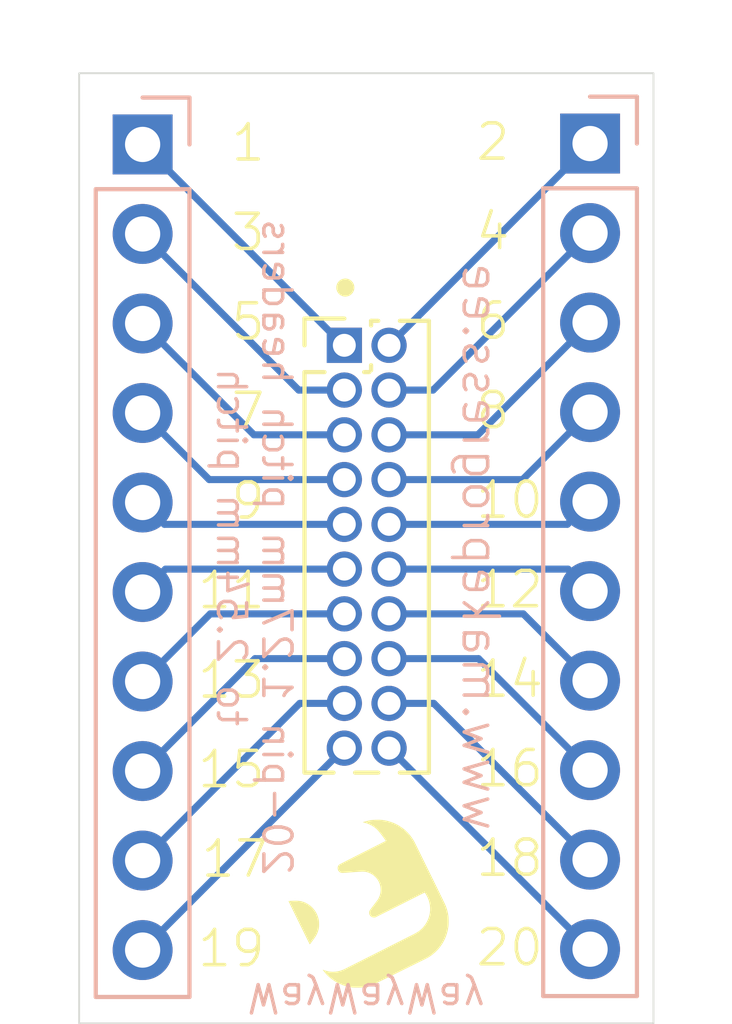
<source format=kicad_pcb>
(kicad_pcb (version 20241229) (generator "pcbnew") (generator_version "9.0")
  (title_block (title "20-pin 1.27mm pitch header to 2.54mm pitch") (date "2025-12-12") (rev "1.0") (company "OÜ MAKEPROGRESS"))
  (layers (0 "F.Cu" signal) (2 "B.Cu" signal) (13 "F.Paste" user) (15 "B.Paste" user) (5 "F.SilkS" user "F.Silkscreen") (7 "B.SilkS" user "B.Silkscreen") (1 "F.Mask" user) (3 "B.Mask" user) (25 "Edge.Cuts" user))
  (net 0 "")
  (net 1 "Net-(J1-Pin_10)")
  (net 2 "Net-(J1-Pin_14)")
  (net 3 "Net-(J1-Pin_1)")
  (net 4 "Net-(J1-Pin_11)")
  (net 5 "Net-(J1-Pin_13)")
  (net 6 "Net-(J1-Pin_8)")
  (net 7 "Net-(J1-Pin_3)")
  (net 8 "Net-(J1-Pin_2)")
  (net 9 "Net-(J1-Pin_6)")
  (net 10 "Net-(J1-Pin_18)")
  (net 11 "Net-(J1-Pin_4)")
  (net 12 "Net-(J1-Pin_7)")
  (net 13 "Net-(J1-Pin_17)")
  (net 14 "Net-(J1-Pin_19)")
  (net 15 "Net-(J1-Pin_16)")
  (net 16 "Net-(J1-Pin_9)")
  (net 17 "Net-(J1-Pin_5)")
  (net 18 "Net-(J1-Pin_12)")
  (net 19 "Net-(J1-Pin_20)")
  (net 20 "Net-(J1-Pin_15)")
  (footprint "Connector_PinHeader_1.27mm:PinHeader_2x10_P1.27mm_Vertical" (layer "F.Cu") (at 105.3726 62.1924)
    (property "Reference" "J1" (hide yes))
    (property "Value" "Conn_02x10_Odd_Even")
    (fp_line (start -1.13 -0.76) (end 0 -0.76) (stroke (width 0.12)) (layer "F.SilkS"))
    (fp_line (start -1.13 0) (end -1.13 -0.76) (stroke (width 0.12)) (layer "F.SilkS"))
    (fp_line (start -1.13 0.76) (end -1.13 12.125) (stroke (width 0.12)) (layer "F.SilkS"))
    (fp_line (start -1.13 0.76) (end -0.563471 0.76) (stroke (width 0.12)) (layer "F.SilkS"))
    (fp_line (start -1.13 12.125) (end -0.30753 12.125) (stroke (width 0.12)) (layer "F.SilkS"))
    (fp_line (start 0.30753 12.125) (end 0.96247 12.125) (stroke (width 0.12)) (layer "F.SilkS"))
    (fp_line (start 0.563471 0.76) (end 0.706529 0.76) (stroke (width 0.12)) (layer "F.SilkS"))
    (fp_line (start 0.76 -0.695) (end 0.96247 -0.695) (stroke (width 0.12)) (layer "F.SilkS"))
    (fp_line (start 0.76 -0.563471) (end 0.76 -0.695) (stroke (width 0.12)) (layer "F.SilkS"))
    (fp_line (start 0.76 0.706529) (end 0.76 0.563471) (stroke (width 0.12)) (layer "F.SilkS"))
    (fp_line (start 1.57753 -0.695) (end 2.4 -0.695) (stroke (width 0.12)) (layer "F.SilkS"))
    (fp_line (start 1.57753 12.125) (end 2.4 12.125) (stroke (width 0.12)) (layer "F.SilkS"))
    (fp_line (start 2.4 -0.695) (end 2.4 12.125) (stroke (width 0.12)) (layer "F.SilkS"))
    (pad "1" thru_hole rect (at 0 0) (size 1 1) (drill 0.65) (layers "*.Cu" "*.Mask") (net 3 "Net-(J1-Pin_1)"))
    (pad "2" thru_hole oval (at 1.27 0) (size 1 1) (drill 0.65) (layers "*.Cu" "*.Mask") (net 8 "Net-(J1-Pin_2)"))
    (pad "3" thru_hole oval (at 0 1.27) (size 1 1) (drill 0.65) (layers "*.Cu" "*.Mask") (net 7 "Net-(J1-Pin_3)"))
    (pad "4" thru_hole oval (at 1.27 1.27) (size 1 1) (drill 0.65) (layers "*.Cu" "*.Mask") (net 11 "Net-(J1-Pin_4)"))
    (pad "5" thru_hole oval (at 0 2.54) (size 1 1) (drill 0.65) (layers "*.Cu" "*.Mask") (net 17 "Net-(J1-Pin_5)"))
    (pad "6" thru_hole oval (at 1.27 2.54) (size 1 1) (drill 0.65) (layers "*.Cu" "*.Mask") (net 9 "Net-(J1-Pin_6)"))
    (pad "7" thru_hole oval (at 0 3.81) (size 1 1) (drill 0.65) (layers "*.Cu" "*.Mask") (net 12 "Net-(J1-Pin_7)"))
    (pad "8" thru_hole oval (at 1.27 3.81) (size 1 1) (drill 0.65) (layers "*.Cu" "*.Mask") (net 6 "Net-(J1-Pin_8)"))
    (pad "9" thru_hole oval (at 0 5.08) (size 1 1) (drill 0.65) (layers "*.Cu" "*.Mask") (net 16 "Net-(J1-Pin_9)"))
    (pad "10" thru_hole oval (at 1.27 5.08) (size 1 1) (drill 0.65) (layers "*.Cu" "*.Mask") (net 1 "Net-(J1-Pin_10)"))
    (pad "11" thru_hole oval (at 0 6.35) (size 1 1) (drill 0.65) (layers "*.Cu" "*.Mask") (net 4 "Net-(J1-Pin_11)"))
    (pad "12" thru_hole oval (at 1.27 6.35) (size 1 1) (drill 0.65) (layers "*.Cu" "*.Mask") (net 18 "Net-(J1-Pin_12)"))
    (pad "13" thru_hole oval (at 0 7.62) (size 1 1) (drill 0.65) (layers "*.Cu" "*.Mask") (net 5 "Net-(J1-Pin_13)"))
    (pad "14" thru_hole oval (at 1.27 7.62) (size 1 1) (drill 0.65) (layers "*.Cu" "*.Mask") (net 2 "Net-(J1-Pin_14)"))
    (pad "15" thru_hole oval (at 0 8.89) (size 1 1) (drill 0.65) (layers "*.Cu" "*.Mask") (net 20 "Net-(J1-Pin_15)"))
    (pad "16" thru_hole oval (at 1.27 8.89) (size 1 1) (drill 0.65) (layers "*.Cu" "*.Mask") (net 15 "Net-(J1-Pin_16)"))
    (pad "17" thru_hole oval (at 0 10.16) (size 1 1) (drill 0.65) (layers "*.Cu" "*.Mask") (net 13 "Net-(J1-Pin_17)"))
    (pad "18" thru_hole oval (at 1.27 10.16) (size 1 1) (drill 0.65) (layers "*.Cu" "*.Mask") (net 10 "Net-(J1-Pin_18)"))
    (pad "19" thru_hole oval (at 0 11.43) (size 1 1) (drill 0.65) (layers "*.Cu" "*.Mask") (net 14 "Net-(J1-Pin_19)"))
    (pad "20" thru_hole oval (at 1.27 11.43) (size 1 1) (drill 0.65) (layers "*.Cu" "*.Mask") (net 19 "Net-(J1-Pin_20)"))
  )
  (footprint "LOGO" (layer "F.Cu") (at 106.0704 77.978 90)
    (property "Reference" "G***" (hide yes))
    (property "Value" "LOGO" (hide yes))
    (fp_poly (pts (xy 0.017266 -2.279003) (xy 0.019285 -2.266519) (xy 0.021219 -2.247265) (xy 0.023 -2.222506) (xy 0.024556 -2.193513) (xy 0.025817 -2.161554) (xy 0.026711 -2.127899) (xy 0.027169 -2.093814) (xy 0.027186 -2.069336) (xy 0.025407 -2.014793) (xy 0.020358 -1.965928) (xy 0.011537 -1.919532) (xy -0.00156 -1.872391) (xy -0.005641 -1.859879) (xy -0.032913 -1.792749) (xy -0.068513 -1.728421) (xy -0.111675 -1.667776) (xy -0.161617 -1.611691) (xy -0.217568 -1.561043) (xy -0.278748 -1.516709) (xy -0.339346 -1.482074) (xy -0.373563 -1.466676) (xy -0.413524 -1.451587) (xy -0.455699 -1.437961) (xy -0.496559 -1.426948) (xy -0.528284 -1.42039) (xy -0.557648 -1.416798) (xy -0.593068 -1.414533) (xy -0.631722 -1.413595) (xy -0.670791 -1.413985) (xy -0.707453 -1.4157) (xy -0.738889 -1.418744) (xy -0.74972 -1.420395) (xy -0.80681 -1.433407) (xy -0.865117 -1.452217) (xy -0.921286 -1.475581) (xy -0.971965 -1.502247) (xy -0.975502 -1.504377) (xy -0.990484 -1.513939) (xy -1.009875 -1.526995) (xy -1.032617 -1.542766) (xy -1.05765 -1.560478) (xy -1.08392 -1.57935) (xy -1.110366 -1.598604) (xy -1.135928 -1.617466) (xy -1.159553 -1.63516) (xy -1.180181 -1.650904) (xy -1.196756 -1.663924) (xy -1.208216 -1.67344) (xy -1.213506 -1.678677) (xy -1.213688 -1.679377) (xy -1.209089 -1.681891) (xy -1.196708 -1.688213) (xy -1.177111 -1.698064) (xy -1.15086 -1.711167) (xy -1.118522 -1.727247) (xy -1.080662 -1.746021) (xy -1.037846 -1.767215) (xy -0.990639 -1.790548) (xy -0.939605 -1.815745) (xy -0.885313 -1.842527) (xy -0.828325 -1.870614) (xy -0.769206 -1.899731) (xy -0.708524 -1.9296) (xy -0.646842 -1.95994) (xy -0.58473 -1.990478) (xy -0.522746 -2.020931) (xy -0.46146 -2.051025) (xy -0.401438 -2.08048) (xy -0.343243 -2.109019) (xy -0.287441 -2.136363) (xy -0.234598 -2.162236) (xy -0.185279 -2.186359) (xy -0.140051 -2.208452) (xy -0.099476 -2.228242) (xy -0.064122 -2.245446) (xy -0.034554 -2.25979) (xy -0.011336 -2.270994) (xy 0.004966 -2.278781) (xy 0.013786 -2.282872) (xy 0.015236 -2.283447)) (fill yes) (layer "F.SilkS"))
    (fp_poly (pts (xy -1.931709 -1.309584) (xy -1.93232 -1.3046) (xy -1.935854 -1.293431) (xy -1.941554 -1.278444) (xy -1.941868 -1.277674) (xy -1.952473 -1.247932) (xy -1.962896 -1.21195) (xy -1.972399 -1.172775) (xy -1.980244 -1.13346) (xy -1.98569 -1.097055) (xy -1.985768 -1.096388) (xy -1.989874 -1.025781) (xy -1.986466 -0.952537) (xy -1.975899 -0.878995) (xy -1.958527 -0.807498) (xy -1.934698 -0.740388) (xy -1.93072 -0.731139) (xy -1.927471 -0.724364) (xy -1.920223 -0.709671) (xy -1.90917 -0.687448) (xy -1.894511 -0.658088) (xy -1.876443 -0.621983) (xy -1.85516 -0.579522) (xy -1.830859 -0.531096) (xy -1.803737 -0.477096) (xy -1.773992 -0.417913) (xy -1.741817 -0.35394) (xy -1.707412 -0.285565) (xy -1.670971 -0.213178) (xy -1.632692 -0.137174) (xy -1.592771 -0.05794) (xy -1.551403 0.024127) (xy -1.508787 0.108646) (xy -1.465117 0.19522) (xy -1.458121 0.209086) (xy -1.413644 0.297239) (xy -1.369819 0.384101) (xy -1.326867 0.469232) (xy -1.285011 0.552192) (xy -1.244469 0.632543) (xy -1.205468 0.709846) (xy -1.168227 0.78366) (xy -1.132967 0.853547) (xy -1.09991 0.919067) (xy -1.069278 0.979781) (xy -1.041293 1.03525) (xy -1.016176 1.085036) (xy -0.994149 1.128697) (xy -0.975432 1.165794) (xy -0.960249 1.195889) (xy -0.948821 1.218542) (xy -0.941479 1.233095) (xy -0.910353 1.293067) (xy -0.881224 1.345288) (xy -0.853281 1.390883) (xy -0.825714 1.430979) (xy -0.797716 1.466702) (xy -0.768475 1.499175) (xy -0.73718 1.529528) (xy -0.71312 1.550533) (xy -0.644555 1.602293) (xy -0.572348 1.645829) (xy -0.497108 1.681061) (xy -0.419443 1.707905) (xy -0.339962 1.726284) (xy -0.259274 1.736115) (xy -0.177987 1.737321) (xy -0.09671 1.729821) (xy -0.016053 1.713532) (xy 0.063382 1.688376) (xy 0.12661 1.661346) (xy 0.151945 1.648572) (xy 0.178965 1.633945) (xy 0.203929 1.619533) (xy 0.218607 1.610403) (xy 0.258131 1.584638) (xy 0.036753 1.145883) (xy 0.003032 1.079031) (xy -0.031988 1.009563) (xy -0.067762 0.938565) (xy -0.103748 0.867115) (xy -0.139403 0.796294) (xy -0.174182 0.727182) (xy -0.207541 0.660862) (xy -0.238935 0.598412) (xy -0.267822 0.540916) (xy -0.293656 0.489453) (xy -0.315896 0.445103) (xy -0.31802 0.440867) (xy -0.451415 0.174606) (xy -0.451265 0.142973) (xy -0.447262 0.107546) (xy -0.435368 0.076767) (xy -0.415218 0.049793) (xy -0.406948 0.041811) (xy -0.391043 0.029489) (xy -0.373661 0.01897) (xy -0.362532 0.014021) (xy -0.334657 0.008054) (xy -0.304035 0.007189) (xy -0.275237 0.011437) (xy -0.267635 0.013712) (xy -0.257582 0.018869) (xy -0.240797 0.029617) (xy -0.217735 0.045634) (xy -0.188853 0.066594) (xy -0.154606 0.092175) (xy -0.116695 0.121092) (xy -0.073527 0.154221) (xy -0.036888 0.182125) (xy -0.006008 0.205355) (xy 0.019886 0.224463) (xy 0.041563 0.239999) (xy 0.059794 0.252514) (xy 0.07535 0.262562) (xy 0.089002 0.270691) (xy 0.101523 0.277455) (xy 0.103138 0.278279) (xy 0.166112 0.305209) (xy 0.230381 0.323296) (xy 0.295217 0.33279) (xy 0.359895 0.333935) (xy 0.423688 0.32698) (xy 0.485872 0.312167) (xy 0.545717 0.289746) (xy 0.6025 0.259962) (xy 0.655494 0.223062) (xy 0.703972 0.179293) (xy 0.747208 0.128899) (xy 0.784477 0.072127) (xy 0.800528 0.041671) (xy 0.826565 -0.021387) (xy 0.843824 -0.085376) (xy 0.852042 -0.149043) (xy 0.852431 -0.163222) (xy 0.852212 -0.18256) (xy 0.851353 -0.207596) (xy 0.849823 -0.238865) (xy 0.847593 -0.276907) (xy 0.84463 -0.32226) (xy 0.840905 -0.375463) (xy 0.836387 -0.437053) (xy 0.83306 -0.481181) (xy 0.828604 -0.539938) (xy 0.824837 -0.59016) (xy 0.821724 -0.632592) (xy 0.819228 -0.667979) (xy 0.817316 -0.697066) (xy 0.815956 -0.720601) (xy 0.81511 -0.739327) (xy 0.814745 -0.75399) (xy 0.814826 -0.765337) (xy 0.815317 -0.774113) (xy 0.816185 -0.781063) (xy 0.817396 -0.786931) (xy 0.81865 -0.791566) (xy 0.832241 -0.823184) (xy 0.853081 -0.849073) (xy 0.881444 -0.86956) (xy 0.885821 -0.871908) (xy 0.917912 -0.883894) (xy 0.951119 -0.887981) (xy 0.983732 -0.884445) (xy 1.014043 -0.873566) (xy 1.04034 -0.85562) (xy 1.05054 -0.845159) (xy 1.054408 -0.838939) (xy 1.062224 -0.824817) (xy 1.073773 -0.803215) (xy 1.088836 -0.774554) (xy 1.107196 -0.739261) (xy 1.12864 -0.697755) (xy 1.152948 -0.650461) (xy 1.179902 -0.597802) (xy 1.209289 -0.5402) (xy 1.24089 -0.478077) (xy 1.274488 -0.411858) (xy 1.309868 -0.341963) (xy 1.346812 -0.268816) (xy 1.385103 -0.192841) (xy 1.393343 -0.176473) (xy 1.430067 -0.103516) (xy 1.465677 -0.032809) (xy 1.499947 0.035196) (xy 1.53265 0.100058) (xy 1.563559 0.161324) (xy 1.592445 0.218547) (xy 1.619084 0.271277) (xy 1.643249 0.319067) (xy 1.664711 0.361466) (xy 1.683246 0.398028) (xy 1.698626 0.428303) (xy 1.710624 0.451842) (xy 1.719013 0.468196) (xy 1.723567 0.476919) (xy 1.724346 0.478292) (xy 1.728744 0.476523) (xy 1.739691 0.469742) (xy 1.756323 0.458555) (xy 1.777764 0.44357) (xy 1.803144 0.425397) (xy 1.831594 0.404638) (xy 1.857488 0.385456) (xy 1.907615 0.347547) (xy 1.950725 0.313736) (xy 1.987705 0.28321) (xy 2.019444 0.255159) (xy 2.046832 0.228767) (xy 2.07076 0.203223) (xy 2.092114 0.177715) (xy 2.108197 0.156437) (xy 2.155114 0.084093) (xy 2.193378 0.00856) (xy 2.223288 -0.070807) (xy 2.236808 -0.118376) (xy 2.242231 -0.139411) (xy 2.246953 -0.156901) (xy 2.250459 -0.169006) (xy 2.25223 -0.173881) (xy 2.254972 -0.171346) (xy 2.259374 -0.161029) (xy 2.265082 -0.144237) (xy 2.27174 -0.122276) (xy 2.278991 -0.096453) (xy 2.28648 -0.068073) (xy 2.293848 -0.038445) (xy 2.30074 -0.008875) (xy 2.306802 0.019335) (xy 2.311243 0.042447) (xy 2.315425 0.072073) (xy 2.31888 0.108832) (xy 2.321549 0.150562) (xy 2.323375 0.195112) (xy 2.324293 0.240323) (xy 2.324248 0.284043) (xy 2.323177 0.324113) (xy 2.32102 0.358376) (xy 2.32025 0.366311) (xy 2.304705 0.46924) (xy 2.280436 0.569719) (xy 2.247769 0.667224) (xy 2.20703 0.761231) (xy 2.158545 0.851216) (xy 2.102636 0.936656) (xy 2.039632 1.017025) (xy 1.969858 1.091799) (xy 1.893638 1.160456) (xy 1.811298 1.222471) (xy 1.773066 1.24761) (xy 1.760947 1.255203) (xy 1.749477 1.262261) (xy 1.737981 1.269127) (xy 1.725792 1.27615) (xy 1.712239 1.28367) (xy 1.69665 1.292035) (xy 1.678356 1.301588) (xy 1.656687 1.312673) (xy 1.630973 1.325638) (xy 1.600542 1.340824) (xy 1.564725 1.358578) (xy 1.522852 1.379245) (xy 1.47425 1.403167) (xy 1.418252 1.430691) (xy 1.39139 1.443887) (xy 1.349987 1.464229) (xy 1.30108 1.488263) (xy 1.245517 1.515574) (xy 1.184147 1.545744) (xy 1.117819 1.578354) (xy 1.047379 1.612989) (xy 0.973679 1.649233) (xy 0.897563 1.686665) (xy 0.819884 1.72487) (xy 0.74149 1.76343) (xy 0.663225 1.801929) (xy 0.585942 1.839948) (xy 0.514346 1.875173) (xy 0.444349 1.909581) (xy 0.376115 1.943067) (xy 0.310162 1.975373) (xy 0.247014 2.00625) (xy 0.187192 2.035442) (xy 0.131217 2.062699) (xy 0.079612 2.087766) (xy 0.032898 2.110388) (xy -0.008405 2.130314) (xy -0.043771 2.14729) (xy -0.07268 2.161064) (xy -0.094612 2.171381) (xy -0.109045 2.177987) (xy -0.114022 2.180121) (xy -0.205645 2.212664) (xy -0.2973 2.237208) (xy -0.392064 2.254557) (xy -0.409194 2.256912) (xy -0.437978 2.259751) (xy -0.473567 2.261805) (xy -0.513742 2.263078) (xy -0.556275 2.263567) (xy -0.598943 2.263271) (xy -0.639521 2.262192) (xy -0.675784 2.260328) (xy -0.705509 2.25768) (xy -0.711203 2.256956) (xy -0.816771 2.23805) (xy -0.918812 2.210732) (xy -1.016952 2.175249) (xy -1.110818 2.13185) (xy -1.200043 2.080783) (xy -1.284252 2.022296) (xy -1.363077 1.956639) (xy -1.436143 1.884057) (xy -1.503082 1.804801) (xy -1.563519 1.719117) (xy -1.595793 1.665973) (xy -1.599681 1.658604) (xy -1.607411 1.643404) (xy -1.61872 1.620901) (xy -1.633356 1.591621) (xy -1.651051 1.556095) (xy -1.671549 1.514843) (xy -1.694591 1.468398) (xy -1.719917 1.417285) (xy -1.747266 1.36203) (xy -1.77638 1.30316) (xy -1.806998 1.241205) (xy -1.838861 1.176689) (xy -1.871708 1.11014) (xy -1.905281 1.042085) (xy -1.939319 0.973049) (xy -1.973564 0.903561) (xy -2.007754 0.834149) (xy -2.041632 0.765338) (xy -2.074934 0.697655) (xy -2.107405 0.631628) (xy -2.138784 0.567783) (xy -2.16881 0.50665) (xy -2.197225 0.448751) (xy -2.223767 0.394616) (xy -2.248177 0.344772) (xy -2.270197 0.299745) (xy -2.289566 0.260064) (xy -2.306025 0.226252) (xy -2.319312 0.19884) (xy -2.329172 0.178353) (xy -2.33534 0.165318) (xy -2.335464 0.165049) (xy -2.366025 0.091428) (xy -2.392702 0.011507) (xy -2.414757 -0.072249) (xy -2.430899 -0.15397) (xy -2.433605 -0.172301) (xy -2.435684 -0.19136) (xy -2.437202 -0.212653) (xy -2.438226 -0.237686) (xy -2.438826 -0.267966) (xy -2.439066 -0.305) (xy -2.439059 -0.335499) (xy -2.438914 -0.375054) (xy -2.438598 -0.40694) (xy -2.438006 -0.432805) (xy -2.437034 -0.454289) (xy -2.43558 -0.473035) (xy -2.433536 -0.490686) (xy -2.430803 -0.508884) (xy -2.427274 -0.529274) (xy -2.426543 -0.533319) (xy -2.402984 -0.638001) (xy -2.370989 -0.739219) (xy -2.330771 -0.836549) (xy -2.282542 -0.929572) (xy -2.226511 -1.017871) (xy -2.162891 -1.101024) (xy -2.111256 -1.158786) (xy -2.094542 -1.175597) (xy -2.074663 -1.194464) (xy -2.052706 -1.21447) (xy -2.02976 -1.234705) (xy -2.00691 -1.254256) (xy -1.985243 -1.272209) (xy -1.965846 -1.287652) (xy -1.949807 -1.299671) (xy -1.938209 -1.307353) (xy -1.932144 -1.309787)) (fill yes) (layer "F.SilkS"))
  )
  (footprint "Connector_PinHeader_2.54mm:PinHeader_1x10_P2.54mm_Vertical" (layer "B.Cu") (at 99.6476 56.4924 180)
    (property "Reference" "J2" (hide yes))
    (property "Value" "Conn_01x10_Pin")
    (fp_line (start 1.33 -1.27) (end 1.33 -24.19) (stroke (width 0.12)) (layer "B.SilkS"))
    (fp_line (start -1.33 1.33) (end 0 1.33) (stroke (width 0.12)) (layer "B.SilkS"))
    (fp_line (start -1.33 0) (end -1.33 1.33) (stroke (width 0.12)) (layer "B.SilkS"))
    (fp_line (start -1.33 -1.27) (end 1.33 -1.27) (stroke (width 0.12)) (layer "B.SilkS"))
    (fp_line (start -1.33 -1.27) (end -1.33 -24.19) (stroke (width 0.12)) (layer "B.SilkS"))
    (fp_line (start -1.33 -24.19) (end 1.33 -24.19) (stroke (width 0.12)) (layer "B.SilkS"))
    (pad "1" thru_hole rect (at 0 0 180) (size 1.7 1.7) (drill 1) (layers "*.Cu" "*.Mask") (net 3 "Net-(J1-Pin_1)"))
    (pad "2" thru_hole oval (at 0 -2.54 180) (size 1.7 1.7) (drill 1) (layers "*.Cu" "*.Mask") (net 7 "Net-(J1-Pin_3)"))
    (pad "3" thru_hole oval (at 0 -5.08 180) (size 1.7 1.7) (drill 1) (layers "*.Cu" "*.Mask") (net 17 "Net-(J1-Pin_5)"))
    (pad "4" thru_hole oval (at 0 -7.62 180) (size 1.7 1.7) (drill 1) (layers "*.Cu" "*.Mask") (net 12 "Net-(J1-Pin_7)"))
    (pad "5" thru_hole oval (at 0 -10.16 180) (size 1.7 1.7) (drill 1) (layers "*.Cu" "*.Mask") (net 16 "Net-(J1-Pin_9)"))
    (pad "6" thru_hole oval (at 0 -12.7 180) (size 1.7 1.7) (drill 1) (layers "*.Cu" "*.Mask") (net 4 "Net-(J1-Pin_11)"))
    (pad "7" thru_hole oval (at 0 -15.24 180) (size 1.7 1.7) (drill 1) (layers "*.Cu" "*.Mask") (net 5 "Net-(J1-Pin_13)"))
    (pad "8" thru_hole oval (at 0 -17.78 180) (size 1.7 1.7) (drill 1) (layers "*.Cu" "*.Mask") (net 20 "Net-(J1-Pin_15)"))
    (pad "9" thru_hole oval (at 0 -20.32 180) (size 1.7 1.7) (drill 1) (layers "*.Cu" "*.Mask") (net 13 "Net-(J1-Pin_17)"))
    (pad "10" thru_hole oval (at 0 -22.86 180) (size 1.7 1.7) (drill 1) (layers "*.Cu" "*.Mask") (net 14 "Net-(J1-Pin_19)"))
  )
  (footprint "Connector_PinHeader_2.54mm:PinHeader_1x10_P2.54mm_Vertical" (layer "B.Cu") (at 112.3476 56.4674 180)
    (property "Reference" "J3" (hide yes))
    (property "Value" "Conn_01x10_Pin")
    (fp_line (start 1.33 -1.27) (end 1.33 -24.19) (stroke (width 0.12)) (layer "B.SilkS"))
    (fp_line (start -1.33 1.33) (end 0 1.33) (stroke (width 0.12)) (layer "B.SilkS"))
    (fp_line (start -1.33 0) (end -1.33 1.33) (stroke (width 0.12)) (layer "B.SilkS"))
    (fp_line (start -1.33 -1.27) (end 1.33 -1.27) (stroke (width 0.12)) (layer "B.SilkS"))
    (fp_line (start -1.33 -1.27) (end -1.33 -24.19) (stroke (width 0.12)) (layer "B.SilkS"))
    (fp_line (start -1.33 -24.19) (end 1.33 -24.19) (stroke (width 0.12)) (layer "B.SilkS"))
    (pad "1" thru_hole rect (at 0 0 180) (size 1.7 1.7) (drill 1) (layers "*.Cu" "*.Mask") (net 8 "Net-(J1-Pin_2)"))
    (pad "2" thru_hole oval (at 0 -2.54 180) (size 1.7 1.7) (drill 1) (layers "*.Cu" "*.Mask") (net 11 "Net-(J1-Pin_4)"))
    (pad "3" thru_hole oval (at 0 -5.08 180) (size 1.7 1.7) (drill 1) (layers "*.Cu" "*.Mask") (net 9 "Net-(J1-Pin_6)"))
    (pad "4" thru_hole oval (at 0 -7.62 180) (size 1.7 1.7) (drill 1) (layers "*.Cu" "*.Mask") (net 6 "Net-(J1-Pin_8)"))
    (pad "5" thru_hole oval (at 0 -10.16 180) (size 1.7 1.7) (drill 1) (layers "*.Cu" "*.Mask") (net 1 "Net-(J1-Pin_10)"))
    (pad "6" thru_hole oval (at 0 -12.7 180) (size 1.7 1.7) (drill 1) (layers "*.Cu" "*.Mask") (net 18 "Net-(J1-Pin_12)"))
    (pad "7" thru_hole oval (at 0 -15.24 180) (size 1.7 1.7) (drill 1) (layers "*.Cu" "*.Mask") (net 2 "Net-(J1-Pin_14)"))
    (pad "8" thru_hole oval (at 0 -17.78 180) (size 1.7 1.7) (drill 1) (layers "*.Cu" "*.Mask") (net 15 "Net-(J1-Pin_16)"))
    (pad "9" thru_hole oval (at 0 -20.32 180) (size 1.7 1.7) (drill 1) (layers "*.Cu" "*.Mask") (net 10 "Net-(J1-Pin_18)"))
    (pad "10" thru_hole oval (at 0 -22.86 180) (size 1.7 1.7) (drill 1) (layers "*.Cu" "*.Mask") (net 19 "Net-(J1-Pin_20)"))
  )
  (gr_circle (center 105.401445 60.5536) (end 105.201445 60.6036) (stroke (width 0.1)) (fill yes) (layer "F.SilkS"))
  (gr_rect (start 97.8476 54.4724) (end 114.1476 81.4324) (stroke (width 0.05)) (fill no) (layer "Edge.Cuts"))
  (gr_text "14" (at 109.0476 72.2469 0) (layer "F.SilkS") (effects (font (size 1 1) (thickness 0.1)) (justify left bottom)))
  (gr_text "16" (at 109.0476 74.7869 0) (layer "F.SilkS") (effects (font (size 1 1) (thickness 0.1)) (justify left bottom)))
  (gr_text "12" (at 109.0476 69.7069 0) (layer "F.SilkS") (effects (font (size 1 1) (thickness 0.1)) (justify left bottom)))
  (gr_text "1" (at 102.099981 57.0319 0) (layer "F.SilkS") (effects (font (size 1 1) (thickness 0.1)) (justify left bottom)))
  (gr_text "11" (at 101.1476 69.7319 0) (layer "F.SilkS") (effects (font (size 1 1) (thickness 0.1)) (justify left bottom)))
  (gr_text "8" (at 109.0476 64.6269 0) (layer "F.SilkS") (effects (font (size 1 1) (thickness 0.1)) (justify left bottom)))
  (gr_text "7" (at 102.099981 64.6519 0) (layer "F.SilkS") (effects (font (size 1 1) (thickness 0.1)) (justify left bottom)))
  (gr_text "19" (at 101.1476 79.8919 0) (layer "F.SilkS") (effects (font (size 1 1) (thickness 0.1)) (justify left bottom)))
  (gr_text "13" (at 101.1476 72.2719 0) (layer "F.SilkS") (effects (font (size 1 1) (thickness 0.1)) (justify left bottom)))
  (gr_text "5" (at 102.099981 62.1119 0) (layer "F.SilkS") (effects (font (size 1 1) (thickness 0.1)) (justify left bottom)))
  (gr_text "9" (at 102.099981 67.1919 0) (layer "F.SilkS") (effects (font (size 1 1) (thickness 0.1)) (justify left bottom)))
  (gr_text "3" (at 102.099981 59.5719 0) (layer "F.SilkS") (effects (font (size 1 1) (thickness 0.1)) (justify left bottom)))
  (gr_text "4" (at 109.0476 59.5469 0) (layer "F.SilkS") (effects (font (size 1 1) (thickness 0.1)) (justify left bottom)))
  (gr_text "2" (at 109.0476 57.0069 0) (layer "F.SilkS") (effects (font (size 1 1) (thickness 0.1)) (justify left bottom)))
  (gr_text "6" (at 109.0476 62.0869 0) (layer "F.SilkS") (effects (font (size 1 1) (thickness 0.1)) (justify left bottom)))
  (gr_text "15" (at 101.1476 74.8119 0) (layer "F.SilkS") (effects (font (size 1 1) (thickness 0.1)) (justify left bottom)))
  (gr_text "20" (at 109.0476 79.8669 0) (layer "F.SilkS") (effects (font (size 1 1) (thickness 0.1)) (justify left bottom)))
  (gr_text "10" (at 109.0476 67.1669 0) (layer "F.SilkS") (effects (font (size 1 1) (thickness 0.1)) (justify left bottom)))
  (gr_text "17" (at 101.2476 77.3519 0) (layer "F.SilkS") (effects (font (size 1 1) (thickness 0.1)) (justify left bottom)))
  (gr_text "18" (at 109.0476 77.3269 0) (layer "F.SilkS") (effects (font (size 1 1) (thickness 0.1)) (justify left bottom)))
  (gr_text "WayWayWay" (at 102.55617 80.2324 180) (layer "B.SilkS") (effects (font (size 0.8 0.8) (thickness 0.1)) (justify left bottom mirror)))
  (gr_text "20-pin 1.27mm pitch headers\nto 2.54mm pitch" (at 101.6976 67.9174 270) (layer "B.SilkS") (effects (font (size 0.8 0.8) (thickness 0.1)) (justify bottom mirror)))
  (gr_text "www.makeprogress.ee" (at 108.6476 76.038829 270) (layer "B.SilkS") (effects (font (size 1 1) (thickness 0.1)) (justify left bottom mirror)))
  (segment (start 106.6426 67.2724) (end 111.7026 67.2724) (width 0.2) (layer "B.Cu") (net 1))
  (segment (start 111.7026 67.2724) (end 112.3476 66.6274) (width 0.2) (layer "B.Cu") (net 1))
  (segment (start 110.4526 69.8124) (end 112.3476 71.7074) (width 0.2) (layer "B.Cu") (net 2))
  (segment (start 106.6426 69.8124) (end 110.4526 69.8124) (width 0.2) (layer "B.Cu") (net 2))
  (segment (start 105.3726 62.1924) (end 105.3476 62.1924) (width 0.2) (layer "B.Cu") (net 3))
  (segment (start 105.3476 62.1924) (end 99.6476 56.4924) (width 0.2) (layer "B.Cu") (net 3))
  (segment (start 105.3726 68.5424) (end 100.2976 68.5424) (width 0.2) (layer "B.Cu") (net 4))
  (segment (start 100.2976 68.5424) (end 99.6476 69.1924) (width 0.2) (layer "B.Cu") (net 4))
  (segment (start 101.5676 69.8124) (end 99.6476 71.7324) (width 0.2) (layer "B.Cu") (net 5))
  (segment (start 105.3726 69.8124) (end 101.5676 69.8124) (width 0.2) (layer "B.Cu") (net 5))
  (segment (start 106.6426 66.0024) (end 110.4326 66.0024) (width 0.2) (layer "B.Cu") (net 6))
  (segment (start 110.4326 66.0024) (end 112.3476 64.0874) (width 0.2) (layer "B.Cu") (net 6))
  (segment (start 105.3726 63.4624) (end 104.0776 63.4624) (width 0.2) (layer "B.Cu") (net 7))
  (segment (start 104.0776 63.4624) (end 99.6476 59.0324) (width 0.2) (layer "B.Cu") (net 7))
  (segment (start 112.3476 56.4874) (end 112.3476 56.4674) (width 0.2) (layer "B.Cu") (net 8))
  (segment (start 106.6426 62.1924) (end 112.3476 56.4874) (width 0.2) (layer "B.Cu") (net 8))
  (segment (start 109.1626 64.7324) (end 112.3476 61.5474) (width 0.2) (layer "B.Cu") (net 9))
  (segment (start 106.6426 64.7324) (end 109.1626 64.7324) (width 0.2) (layer "B.Cu") (net 9))
  (segment (start 107.9126 72.3524) (end 112.3476 76.7874) (width 0.2) (layer "B.Cu") (net 10))
  (segment (start 106.6426 72.3524) (end 107.9126 72.3524) (width 0.2) (layer "B.Cu") (net 10))
  (segment (start 106.6426 63.4624) (end 107.8926 63.4624) (width 0.2) (layer "B.Cu") (net 11))
  (segment (start 107.8926 63.4624) (end 112.3476 59.0074) (width 0.2) (layer "B.Cu") (net 11))
  (segment (start 105.3726 66.0024) (end 101.5376 66.0024) (width 0.2) (layer "B.Cu") (net 12))
  (segment (start 101.5376 66.0024) (end 99.6476 64.1124) (width 0.2) (layer "B.Cu") (net 12))
  (segment (start 105.3726 72.3524) (end 104.1076 72.3524) (width 0.2) (layer "B.Cu") (net 13))
  (segment (start 104.1076 72.3524) (end 99.6476 76.8124) (width 0.2) (layer "B.Cu") (net 13))
  (segment (start 105.3726 73.6224) (end 99.6476 79.3474) (width 0.2) (layer "B.Cu") (net 14))
  (segment (start 99.6476 79.3474) (end 99.6476 79.3524) (width 0.2) (layer "B.Cu") (net 14))
  (segment (start 109.1826 71.0824) (end 112.3476 74.2474) (width 0.2) (layer "B.Cu") (net 15))
  (segment (start 106.6426 71.0824) (end 109.1826 71.0824) (width 0.2) (layer "B.Cu") (net 15))
  (segment (start 100.2676 67.2724) (end 99.6476 66.6524) (width 0.2) (layer "B.Cu") (net 16))
  (segment (start 105.3726 67.2724) (end 100.2676 67.2724) (width 0.2) (layer "B.Cu") (net 16))
  (segment (start 105.3726 64.7324) (end 102.8076 64.7324) (width 0.2) (layer "B.Cu") (net 17))
  (segment (start 102.8076 64.7324) (end 99.6476 61.5724) (width 0.2) (layer "B.Cu") (net 17))
  (segment (start 111.7226 68.5424) (end 112.3476 69.1674) (width 0.2) (layer "B.Cu") (net 18))
  (segment (start 106.6426 68.5424) (end 111.7226 68.5424) (width 0.2) (layer "B.Cu") (net 18))
  (segment (start 106.6426 73.6224) (end 112.3476 79.3274) (width 0.2) (layer "B.Cu") (net 19))
  (segment (start 102.8376 71.0824) (end 99.6476 74.2724) (width 0.2) (layer "B.Cu") (net 20))
  (segment (start 105.3726 71.0824) (end 102.8376 71.0824) (width 0.2) (layer "B.Cu") (net 20))
)
</source>
